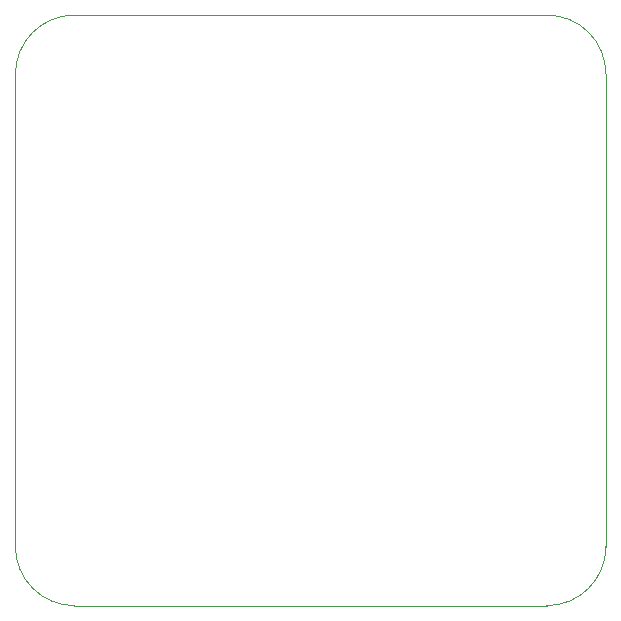
<source format=gko>
G04 #@! TF.GenerationSoftware,KiCad,Pcbnew,5.0.2-bee76a0~70~ubuntu18.04.1*
G04 #@! TF.CreationDate,2018-11-30T19:37:06+00:00*
G04 #@! TF.ProjectId,fpgaboy,66706761-626f-4792-9e6b-696361645f70,rev?*
G04 #@! TF.SameCoordinates,Original*
G04 #@! TF.FileFunction,Profile,NP*
%FSLAX46Y46*%
G04 Gerber Fmt 4.6, Leading zero omitted, Abs format (unit mm)*
G04 Created by KiCad (PCBNEW 5.0.2-bee76a0~70~ubuntu18.04.1) date Fri 30 Nov 2018 19:37:06 GMT*
%MOMM*%
%LPD*%
G01*
G04 APERTURE LIST*
%ADD10C,0.100000*%
G04 APERTURE END LIST*
D10*
X175000000Y-80000000D02*
X135000000Y-80000000D01*
X180000000Y-125000000D02*
X180000000Y-85000000D01*
X135000000Y-130000000D02*
X175000000Y-130000000D01*
X130000000Y-85000000D02*
X130000000Y-125000000D01*
X130000000Y-85000000D02*
G75*
G02X135000000Y-80000000I5000000J0D01*
G01*
X175000000Y-80000000D02*
G75*
G02X180000000Y-85000000I0J-5000000D01*
G01*
X180000000Y-125000000D02*
G75*
G02X175000000Y-130000000I-5000000J0D01*
G01*
X135000000Y-130000000D02*
G75*
G02X130000000Y-125000000I0J5000000D01*
G01*
M02*

</source>
